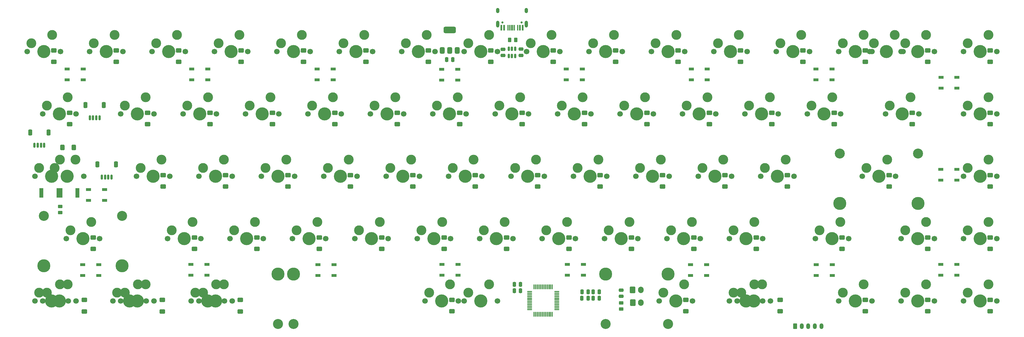
<source format=gbr>
%TF.GenerationSoftware,KiCad,Pcbnew,8.99.0-946-gf00a1ab517*%
%TF.CreationDate,2024-06-04T13:04:33+07:00*%
%TF.ProjectId,Sessantacinque65,53657373-616e-4746-9163-696e71756536,rev?*%
%TF.SameCoordinates,Original*%
%TF.FileFunction,Soldermask,Bot*%
%TF.FilePolarity,Negative*%
%FSLAX46Y46*%
G04 Gerber Fmt 4.6, Leading zero omitted, Abs format (unit mm)*
G04 Created by KiCad (PCBNEW 8.99.0-946-gf00a1ab517) date 2024-06-04 13:04:33*
%MOMM*%
%LPD*%
G01*
G04 APERTURE LIST*
G04 Aperture macros list*
%AMRoundRect*
0 Rectangle with rounded corners*
0 $1 Rounding radius*
0 $2 $3 $4 $5 $6 $7 $8 $9 X,Y pos of 4 corners*
0 Add a 4 corners polygon primitive as box body*
4,1,4,$2,$3,$4,$5,$6,$7,$8,$9,$2,$3,0*
0 Add four circle primitives for the rounded corners*
1,1,$1+$1,$2,$3*
1,1,$1+$1,$4,$5*
1,1,$1+$1,$6,$7*
1,1,$1+$1,$8,$9*
0 Add four rect primitives between the rounded corners*
20,1,$1+$1,$2,$3,$4,$5,0*
20,1,$1+$1,$4,$5,$6,$7,0*
20,1,$1+$1,$6,$7,$8,$9,0*
20,1,$1+$1,$8,$9,$2,$3,0*%
G04 Aperture macros list end*
%ADD10C,1.700000*%
%ADD11C,4.000000*%
%ADD12C,0.400000*%
%ADD13C,3.000000*%
%ADD14RoundRect,0.250000X-0.600000X-0.750000X0.600000X-0.750000X0.600000X0.750000X-0.600000X0.750000X0*%
%ADD15O,1.700000X2.000000*%
%ADD16C,3.987800*%
%ADD17C,3.048000*%
%ADD18C,0.650000*%
%ADD19O,1.000000X2.100000*%
%ADD20O,1.000000X1.600000*%
%ADD21RoundRect,0.250000X-0.350000X-0.625000X0.350000X-0.625000X0.350000X0.625000X-0.350000X0.625000X0*%
%ADD22O,1.200000X1.750000*%
%ADD23RoundRect,0.250000X0.600000X-0.400000X0.600000X0.400000X-0.600000X0.400000X-0.600000X-0.400000X0*%
%ADD24R,1.500000X0.900000*%
%ADD25RoundRect,0.250000X-0.475000X0.250000X-0.475000X-0.250000X0.475000X-0.250000X0.475000X0.250000X0*%
%ADD26RoundRect,0.150000X-0.150000X0.512500X-0.150000X-0.512500X0.150000X-0.512500X0.150000X0.512500X0*%
%ADD27RoundRect,0.150000X-0.150000X-0.625000X0.150000X-0.625000X0.150000X0.625000X-0.150000X0.625000X0*%
%ADD28RoundRect,0.250000X-0.350000X-0.650000X0.350000X-0.650000X0.350000X0.650000X-0.350000X0.650000X0*%
%ADD29RoundRect,0.250000X-0.250000X-0.475000X0.250000X-0.475000X0.250000X0.475000X-0.250000X0.475000X0*%
%ADD30R,1.190000X3.000000*%
%ADD31RoundRect,0.250000X-0.450000X0.262500X-0.450000X-0.262500X0.450000X-0.262500X0.450000X0.262500X0*%
%ADD32RoundRect,0.250000X-0.400000X-0.600000X0.400000X-0.600000X0.400000X0.600000X-0.400000X0.600000X0*%
%ADD33RoundRect,0.375000X0.375000X-0.625000X0.375000X0.625000X-0.375000X0.625000X-0.375000X-0.625000X0*%
%ADD34RoundRect,0.500000X1.400000X-0.500000X1.400000X0.500000X-1.400000X0.500000X-1.400000X-0.500000X0*%
%ADD35RoundRect,0.250000X0.250000X0.475000X-0.250000X0.475000X-0.250000X-0.475000X0.250000X-0.475000X0*%
%ADD36R,0.600000X1.760000*%
%ADD37R,0.300000X1.760000*%
%ADD38R,0.600000X1.450000*%
%ADD39RoundRect,0.075000X0.075000X-0.662500X0.075000X0.662500X-0.075000X0.662500X-0.075000X-0.662500X0*%
%ADD40RoundRect,0.075000X0.662500X-0.075000X0.662500X0.075000X-0.662500X0.075000X-0.662500X-0.075000X0*%
%ADD41RoundRect,0.250000X0.262500X0.450000X-0.262500X0.450000X-0.262500X-0.450000X0.262500X-0.450000X0*%
G04 APERTURE END LIST*
D10*
%TO.C,SW12*%
X199182500Y139700000D03*
D11*
X204262500Y139700000D03*
D10*
X209342500Y139700000D03*
D12*
X199202500Y142250000D03*
X200442500Y140990000D03*
X200452500Y143490000D03*
D13*
X200452500Y142240000D03*
D12*
X201702500Y142240000D03*
X205552500Y144780000D03*
X206802500Y146040000D03*
D13*
X206802500Y144780000D03*
D12*
X206802500Y143540000D03*
X208042500Y144790000D03*
%TD*%
D10*
%TO.C,SW9*%
X142032500Y139700000D03*
D11*
X147112500Y139700000D03*
D10*
X152192500Y139700000D03*
D12*
X142052500Y142250000D03*
X143292500Y140990000D03*
X143302500Y143490000D03*
D13*
X143302500Y142240000D03*
D12*
X144552500Y142240000D03*
X148402500Y144780000D03*
X149652500Y146040000D03*
D13*
X149652500Y144780000D03*
D12*
X149652500Y143540000D03*
X150892500Y144790000D03*
%TD*%
D10*
%TO.C,SW72*%
X237282500Y63500000D03*
D11*
X242362500Y63500000D03*
D10*
X247442500Y63500000D03*
D12*
X237302500Y66050000D03*
X238542500Y64790000D03*
X238552500Y67290000D03*
D13*
X238552500Y66040000D03*
D12*
X239802500Y66040000D03*
X243652500Y68580000D03*
X244902500Y69840000D03*
D13*
X244902500Y68580000D03*
D12*
X244902500Y67340000D03*
X246142500Y68590000D03*
%TD*%
D10*
%TO.C,SW14*%
X256332500Y139700000D03*
D11*
X261412500Y139700000D03*
D10*
X266492500Y139700000D03*
D12*
X256352500Y142250000D03*
X257592500Y140990000D03*
X257602500Y143490000D03*
D13*
X257602500Y142240000D03*
D12*
X258852500Y142240000D03*
X262702500Y144780000D03*
X263952500Y146040000D03*
D13*
X263952500Y144780000D03*
D12*
X263952500Y143540000D03*
X265192500Y144790000D03*
%TD*%
D10*
%TO.C,SW20*%
X75357500Y120650000D03*
D11*
X80437500Y120650000D03*
D10*
X85517500Y120650000D03*
D12*
X75377500Y123200000D03*
X76617500Y121940000D03*
X76627500Y124440000D03*
D13*
X76627500Y123190000D03*
D12*
X77877500Y123190000D03*
X81727500Y125730000D03*
X82977500Y126990000D03*
D13*
X82977500Y125730000D03*
D12*
X82977500Y124490000D03*
X84217500Y125740000D03*
%TD*%
D14*
%TO.C,SWb\u00F4t1*%
X174430000Y62970000D03*
D15*
X176930000Y62970000D03*
%TD*%
D10*
%TO.C,SW22*%
X113457500Y120650000D03*
D11*
X118537500Y120650000D03*
D10*
X123617500Y120650000D03*
D12*
X113477500Y123200000D03*
X114717500Y121940000D03*
X114727500Y124440000D03*
D13*
X114727500Y123190000D03*
D12*
X115977500Y123190000D03*
X119827500Y125730000D03*
X121077500Y126990000D03*
D13*
X121077500Y125730000D03*
D12*
X121077500Y124490000D03*
X122317500Y125740000D03*
%TD*%
D10*
%TO.C,SW74*%
X275382500Y63500000D03*
D11*
X280462500Y63500000D03*
D10*
X285542500Y63500000D03*
D12*
X275402500Y66050000D03*
X276642500Y64790000D03*
X276652500Y67290000D03*
D13*
X276652500Y66040000D03*
D12*
X277902500Y66040000D03*
X281752500Y68580000D03*
X283002500Y69840000D03*
D13*
X283002500Y68580000D03*
D12*
X283002500Y67340000D03*
X284242500Y68590000D03*
%TD*%
D10*
%TO.C,SW47*%
X-7986500Y63500000D03*
D11*
X-2906500Y63500000D03*
D10*
X2173500Y63500000D03*
D12*
X-7966500Y66050000D03*
X-6726500Y64790000D03*
X-6716500Y67290000D03*
D13*
X-6716500Y66040000D03*
D12*
X-5466500Y66040000D03*
X-1616500Y68580000D03*
X-366500Y69840000D03*
D13*
X-366500Y68580000D03*
D12*
X-366500Y67340000D03*
X873500Y68590000D03*
%TD*%
D10*
%TO.C,SW1*%
X-10367500Y139700000D03*
D11*
X-5287500Y139700000D03*
D10*
X-207500Y139700000D03*
D12*
X-10347500Y142250000D03*
X-9107500Y140990000D03*
X-9097500Y143490000D03*
D13*
X-9097500Y142240000D03*
D12*
X-7847500Y142240000D03*
X-3997500Y144780000D03*
X-2747500Y146040000D03*
D13*
X-2747500Y144780000D03*
D12*
X-2747500Y143540000D03*
X-1507500Y144790000D03*
%TD*%
D10*
%TO.C,SW43*%
X237282500Y139700000D03*
D11*
X242362500Y139700000D03*
D10*
X247442500Y139700000D03*
D12*
X237302500Y142250000D03*
X238542500Y140990000D03*
X238552500Y143490000D03*
D13*
X238552500Y142240000D03*
D12*
X239802500Y142240000D03*
X243652500Y144780000D03*
X244902500Y146040000D03*
D13*
X244902500Y144780000D03*
D12*
X244902500Y143540000D03*
X246142500Y144790000D03*
%TD*%
D10*
%TO.C,SW23*%
X132507500Y120650000D03*
D11*
X137587500Y120650000D03*
D10*
X142667500Y120650000D03*
D12*
X132527500Y123200000D03*
X133767500Y121940000D03*
X133777500Y124440000D03*
D13*
X133777500Y123190000D03*
D12*
X135027500Y123190000D03*
X138877500Y125730000D03*
X140127500Y126990000D03*
D13*
X140127500Y125730000D03*
D12*
X140127500Y124490000D03*
X141367500Y125740000D03*
%TD*%
D10*
%TO.C,SW59*%
X256332500Y82550000D03*
D11*
X261412500Y82550000D03*
D10*
X266492500Y82550000D03*
D12*
X256352500Y85100000D03*
X257592500Y83840000D03*
X257602500Y86340000D03*
D13*
X257602500Y85090000D03*
D12*
X258852500Y85090000D03*
X262702500Y87630000D03*
X263952500Y88890000D03*
D13*
X263952500Y87630000D03*
D12*
X263952500Y86390000D03*
X265192500Y87640000D03*
%TD*%
D10*
%TO.C,SW16*%
X-5604500Y120650000D03*
D11*
X-524500Y120650000D03*
D10*
X4555500Y120650000D03*
D12*
X-5584500Y123200000D03*
X-4344500Y121940000D03*
X-4334500Y124440000D03*
D13*
X-4334500Y123190000D03*
D12*
X-3084500Y123190000D03*
X765500Y125730000D03*
X2015500Y126990000D03*
D13*
X2015500Y125730000D03*
D12*
X2015500Y124490000D03*
X3255500Y125740000D03*
%TD*%
D10*
%TO.C,SW31*%
X-3223500Y101600000D03*
D11*
X1856500Y101600000D03*
D10*
X6936500Y101600000D03*
D12*
X-3203500Y104150000D03*
X-1963500Y102890000D03*
X-1953500Y105390000D03*
D13*
X-1953500Y104140000D03*
D12*
X-703500Y104140000D03*
X3146500Y106680000D03*
X4396500Y107940000D03*
D13*
X4396500Y106680000D03*
D12*
X4396500Y105440000D03*
X5636500Y106690000D03*
%TD*%
D10*
%TO.C,SW1006*%
X-7986500Y101600000D03*
D11*
X-2906500Y101600000D03*
D10*
X2173500Y101600000D03*
D12*
X-7966500Y104150000D03*
X-6726500Y102890000D03*
X-6716500Y105390000D03*
D13*
X-6716500Y104140000D03*
D12*
X-5466500Y104140000D03*
X-1616500Y106680000D03*
X-366500Y107940000D03*
D13*
X-366500Y106680000D03*
D12*
X-366500Y105440000D03*
X873500Y106690000D03*
%TD*%
D10*
%TO.C,SW51*%
X89645000Y82550000D03*
D11*
X94725000Y82550000D03*
D10*
X99805000Y82550000D03*
D12*
X89665000Y85100000D03*
X90905000Y83840000D03*
X90915000Y86340000D03*
D13*
X90915000Y85090000D03*
D12*
X92165000Y85090000D03*
X96015000Y87630000D03*
X97265000Y88890000D03*
D13*
X97265000Y87630000D03*
D12*
X97265000Y86390000D03*
X98505000Y87640000D03*
%TD*%
D10*
%TO.C,SW1002*%
X-5604500Y63500000D03*
D11*
X-524500Y63500000D03*
D10*
X4555500Y63500000D03*
D12*
X-5584500Y66050000D03*
X-4344500Y64790000D03*
X-4334500Y67290000D03*
D13*
X-4334500Y66040000D03*
D12*
X-3084500Y66040000D03*
X765500Y68580000D03*
X2015500Y69840000D03*
D13*
X2015500Y68580000D03*
D12*
X2015500Y67340000D03*
X3255500Y68590000D03*
%TD*%
D10*
%TO.C,SW57*%
X203945000Y82550000D03*
D11*
X209025000Y82550000D03*
D10*
X214105000Y82550000D03*
D12*
X203965000Y85100000D03*
X205205000Y83840000D03*
X205215000Y86340000D03*
D13*
X205215000Y85090000D03*
D12*
X206465000Y85090000D03*
X210315000Y87630000D03*
X211565000Y88890000D03*
D13*
X211565000Y87630000D03*
D12*
X211565000Y86390000D03*
X212805000Y87640000D03*
%TD*%
D10*
%TO.C,SW1005*%
X246807500Y139700000D03*
D11*
X251887500Y139700000D03*
D10*
X256967500Y139700000D03*
D12*
X246827500Y142250000D03*
X248067500Y140990000D03*
X248077500Y143490000D03*
D13*
X248077500Y142240000D03*
D12*
X249327500Y142240000D03*
X253177500Y144780000D03*
X254427500Y146040000D03*
D13*
X254427500Y144780000D03*
D12*
X254427500Y143540000D03*
X255667500Y144790000D03*
%TD*%
D10*
%TO.C,SW27*%
X208707500Y120650000D03*
D11*
X213787500Y120650000D03*
D10*
X218867500Y120650000D03*
D12*
X208727500Y123200000D03*
X209967500Y121940000D03*
X209977500Y124440000D03*
D13*
X209977500Y123190000D03*
D12*
X211227500Y123190000D03*
X215077500Y125730000D03*
X216327500Y126990000D03*
D13*
X216327500Y125730000D03*
D12*
X216327500Y124490000D03*
X217567500Y125740000D03*
%TD*%
D16*
%TO.C,SW1001*%
X70902500Y71750000D03*
D17*
X70902500Y56510000D03*
D10*
X122972500Y63495000D03*
D11*
X128052500Y63495000D03*
D10*
X133132500Y63495000D03*
D16*
X185202500Y71750000D03*
D17*
X185202500Y56510000D03*
D12*
X122992500Y66045000D03*
X124232500Y64785000D03*
X124242500Y67285000D03*
D13*
X124242500Y66035000D03*
D12*
X125492500Y66035000D03*
X129342500Y68575000D03*
X130592500Y69835000D03*
D13*
X130592500Y68575000D03*
D12*
X130592500Y67335000D03*
X131832500Y68585000D03*
%TD*%
D18*
%TO.C,J5*%
X140482500Y148590000D03*
X134702500Y148590000D03*
D19*
X141912500Y148060000D03*
D20*
X141912500Y152240000D03*
D19*
X133272500Y148060000D03*
D20*
X133272500Y152240000D03*
%TD*%
D10*
%TO.C,SW35*%
X80120000Y101600000D03*
D11*
X85200000Y101600000D03*
D10*
X90280000Y101600000D03*
D12*
X80140000Y104150000D03*
X81380000Y102890000D03*
X81390000Y105390000D03*
D13*
X81390000Y104140000D03*
D12*
X82640000Y104140000D03*
X86490000Y106680000D03*
X87740000Y107940000D03*
D13*
X87740000Y106680000D03*
D12*
X87740000Y105440000D03*
X88980000Y106690000D03*
%TD*%
D10*
%TO.C,SW18*%
X37257500Y120650000D03*
D11*
X42337500Y120650000D03*
D10*
X47417500Y120650000D03*
D12*
X37277500Y123200000D03*
X38517500Y121940000D03*
X38527500Y124440000D03*
D13*
X38527500Y123190000D03*
D12*
X39777500Y123190000D03*
X43627500Y125730000D03*
X44877500Y126990000D03*
D13*
X44877500Y125730000D03*
D12*
X44877500Y124490000D03*
X46117500Y125740000D03*
%TD*%
D10*
%TO.C,SW13*%
X218232500Y139700000D03*
D11*
X223312500Y139700000D03*
D10*
X228392500Y139700000D03*
D12*
X218252500Y142250000D03*
X219492500Y140990000D03*
X219502500Y143490000D03*
D13*
X219502500Y142240000D03*
D12*
X220752500Y142240000D03*
X224602500Y144780000D03*
X225852500Y146040000D03*
D13*
X225852500Y144780000D03*
D12*
X225852500Y143540000D03*
X227092500Y144790000D03*
%TD*%
D14*
%TO.C,SWb\u00F4trst1*%
X174420000Y66890000D03*
D15*
X176920000Y66890000D03*
%TD*%
D10*
%TO.C,SW49*%
X51545000Y82550000D03*
D11*
X56625000Y82550000D03*
D10*
X61705000Y82550000D03*
D12*
X51565000Y85100000D03*
X52805000Y83840000D03*
X52815000Y86340000D03*
D13*
X52815000Y85090000D03*
D12*
X54065000Y85090000D03*
X57915000Y87630000D03*
X59165000Y88890000D03*
D13*
X59165000Y87630000D03*
D12*
X59165000Y86390000D03*
X60405000Y87640000D03*
%TD*%
D10*
%TO.C,SW33*%
X42020000Y101600000D03*
D11*
X47100000Y101600000D03*
D10*
X52180000Y101600000D03*
D12*
X42040000Y104150000D03*
X43280000Y102890000D03*
X43290000Y105390000D03*
D13*
X43290000Y104140000D03*
D12*
X44540000Y104140000D03*
X48390000Y106680000D03*
X49640000Y107940000D03*
D13*
X49640000Y106680000D03*
D12*
X49640000Y105440000D03*
X50880000Y106690000D03*
%TD*%
D10*
%TO.C,SW60*%
X275382500Y82550000D03*
D11*
X280462500Y82550000D03*
D10*
X285542500Y82550000D03*
D12*
X275402500Y85100000D03*
X276642500Y83840000D03*
X276652500Y86340000D03*
D13*
X276652500Y85090000D03*
D12*
X277902500Y85090000D03*
X281752500Y87630000D03*
X283002500Y88890000D03*
D13*
X283002500Y87630000D03*
D12*
X283002500Y86390000D03*
X284242500Y87640000D03*
%TD*%
D10*
%TO.C,SW10*%
X161082500Y139700000D03*
D11*
X166162500Y139700000D03*
D10*
X171242500Y139700000D03*
D12*
X161102500Y142250000D03*
X162342500Y140990000D03*
X162352500Y143490000D03*
D13*
X162352500Y142240000D03*
D12*
X163602500Y142240000D03*
X167452500Y144780000D03*
X168702500Y146040000D03*
D13*
X168702500Y144780000D03*
D12*
X168702500Y143540000D03*
X169942500Y144790000D03*
%TD*%
D10*
%TO.C,SW19*%
X56307500Y120650000D03*
D11*
X61387500Y120650000D03*
D10*
X66467500Y120650000D03*
D12*
X56327500Y123200000D03*
X57567500Y121940000D03*
X57577500Y124440000D03*
D13*
X57577500Y123190000D03*
D12*
X58827500Y123190000D03*
X62677500Y125730000D03*
X63927500Y126990000D03*
D13*
X63927500Y125730000D03*
D12*
X63927500Y124490000D03*
X65167500Y125740000D03*
%TD*%
D10*
%TO.C,SW25*%
X170607500Y120650000D03*
D11*
X175687500Y120650000D03*
D10*
X180767500Y120650000D03*
D12*
X170627500Y123200000D03*
X171867500Y121940000D03*
X171877500Y124440000D03*
D13*
X171877500Y123190000D03*
D12*
X173127500Y123190000D03*
X176977500Y125730000D03*
X178227500Y126990000D03*
D13*
X178227500Y125730000D03*
D12*
X178227500Y124490000D03*
X179467500Y125740000D03*
%TD*%
D10*
%TO.C,SW1000*%
X203945500Y63500000D03*
D11*
X209025500Y63500000D03*
D10*
X214105500Y63500000D03*
D12*
X203965500Y66050000D03*
X205205500Y64790000D03*
X205215500Y67290000D03*
D13*
X205215500Y66040000D03*
D12*
X206465500Y66040000D03*
X210315500Y68580000D03*
X211565500Y69840000D03*
D13*
X211565500Y68580000D03*
D12*
X211565500Y67340000D03*
X212805500Y68590000D03*
%TD*%
D10*
%TO.C,SW15*%
X275382500Y139700000D03*
D11*
X280462500Y139700000D03*
D10*
X285542500Y139700000D03*
D12*
X275402500Y142250000D03*
X276642500Y140990000D03*
X276652500Y143490000D03*
D13*
X276652500Y142240000D03*
D12*
X277902500Y142240000D03*
X281752500Y144780000D03*
X283002500Y146040000D03*
D13*
X283002500Y144780000D03*
D12*
X283002500Y143540000D03*
X284242500Y144790000D03*
%TD*%
D10*
%TO.C,SW4*%
X46782500Y139700000D03*
D11*
X51862500Y139700000D03*
D10*
X56942500Y139700000D03*
D12*
X46802500Y142250000D03*
X48042500Y140990000D03*
X48052500Y143490000D03*
D13*
X48052500Y142240000D03*
D12*
X49302500Y142240000D03*
X53152500Y144780000D03*
X54402500Y146040000D03*
D13*
X54402500Y144780000D03*
D12*
X54402500Y143540000D03*
X55642500Y144790000D03*
%TD*%
D10*
%TO.C,SW38*%
X137270000Y101600000D03*
D11*
X142350000Y101600000D03*
D10*
X147430000Y101600000D03*
D12*
X137290000Y104150000D03*
X138530000Y102890000D03*
X138540000Y105390000D03*
D13*
X138540000Y104140000D03*
D12*
X139790000Y104140000D03*
X143640000Y106680000D03*
X144890000Y107940000D03*
D13*
X144890000Y106680000D03*
D12*
X144890000Y105440000D03*
X146130000Y106690000D03*
%TD*%
D10*
%TO.C,SW62*%
X39638500Y63500000D03*
D11*
X44718500Y63500000D03*
D10*
X49798500Y63500000D03*
D12*
X39658500Y66050000D03*
X40898500Y64790000D03*
X40908500Y67290000D03*
D13*
X40908500Y66040000D03*
D12*
X42158500Y66040000D03*
X46008500Y68580000D03*
X47258500Y69840000D03*
D13*
X47258500Y68580000D03*
D12*
X47258500Y67340000D03*
X48498500Y68590000D03*
%TD*%
D10*
%TO.C,SW11*%
X180132500Y139700000D03*
D11*
X185212500Y139700000D03*
D10*
X190292500Y139700000D03*
D12*
X180152500Y142250000D03*
X181392500Y140990000D03*
X181402500Y143490000D03*
D13*
X181402500Y142240000D03*
D12*
X182652500Y142240000D03*
X186502500Y144780000D03*
X187752500Y146040000D03*
D13*
X187752500Y144780000D03*
D12*
X187752500Y143540000D03*
X188992500Y144790000D03*
%TD*%
D10*
%TO.C,SW48*%
X32495000Y82550000D03*
D11*
X37575000Y82550000D03*
D10*
X42655000Y82550000D03*
D12*
X32515000Y85100000D03*
X33755000Y83840000D03*
X33765000Y86340000D03*
D13*
X33765000Y85090000D03*
D12*
X35015000Y85090000D03*
X38865000Y87630000D03*
X40115000Y88890000D03*
D13*
X40115000Y87630000D03*
D12*
X40115000Y86390000D03*
X41355000Y87640000D03*
%TD*%
D10*
%TO.C,SW32*%
X22970000Y101600000D03*
D11*
X28050000Y101600000D03*
D10*
X33130000Y101600000D03*
D12*
X22990000Y104150000D03*
X24230000Y102890000D03*
X24240000Y105390000D03*
D13*
X24240000Y104140000D03*
D12*
X25490000Y104140000D03*
X29340000Y106680000D03*
X30590000Y107940000D03*
D13*
X30590000Y106680000D03*
D12*
X30590000Y105440000D03*
X31830000Y106690000D03*
%TD*%
D10*
%TO.C,SW17*%
X18207500Y120650000D03*
D11*
X23287500Y120650000D03*
D10*
X28367500Y120650000D03*
D12*
X18227500Y123200000D03*
X19467500Y121940000D03*
X19477500Y124440000D03*
D13*
X19477500Y123190000D03*
D12*
X20727500Y123190000D03*
X24577500Y125730000D03*
X25827500Y126990000D03*
D13*
X25827500Y125730000D03*
D12*
X25827500Y124490000D03*
X27067500Y125740000D03*
%TD*%
D10*
%TO.C,SW69*%
X182513500Y63500000D03*
D11*
X187593500Y63500000D03*
D10*
X192673500Y63500000D03*
D12*
X182533500Y66050000D03*
X183773500Y64790000D03*
X183783500Y67290000D03*
D13*
X183783500Y66040000D03*
D12*
X185033500Y66040000D03*
X188883500Y68580000D03*
X190133500Y69840000D03*
D13*
X190133500Y68580000D03*
D12*
X190133500Y67340000D03*
X191373500Y68590000D03*
%TD*%
D10*
%TO.C,SW40*%
X175370000Y101600000D03*
D11*
X180450000Y101600000D03*
D10*
X185530000Y101600000D03*
D12*
X175390000Y104150000D03*
X176630000Y102890000D03*
X176640000Y105390000D03*
D13*
X176640000Y104140000D03*
D12*
X177890000Y104140000D03*
X181740000Y106680000D03*
X182990000Y107940000D03*
D13*
X182990000Y106680000D03*
D12*
X182990000Y105440000D03*
X184230000Y106690000D03*
%TD*%
D10*
%TO.C,SW52*%
X108695000Y82550000D03*
D11*
X113775000Y82550000D03*
D10*
X118855000Y82550000D03*
D12*
X108715000Y85100000D03*
X109955000Y83840000D03*
X109965000Y86340000D03*
D13*
X109965000Y85090000D03*
D12*
X111215000Y85090000D03*
X115065000Y87630000D03*
X116315000Y88890000D03*
D13*
X116315000Y87630000D03*
D12*
X116315000Y86390000D03*
X117555000Y87640000D03*
%TD*%
D10*
%TO.C,SW21*%
X94407500Y120650000D03*
D11*
X99487500Y120650000D03*
D10*
X104567500Y120650000D03*
D12*
X94427500Y123200000D03*
X95667500Y121940000D03*
X95677500Y124440000D03*
D13*
X95677500Y123190000D03*
D12*
X96927500Y123190000D03*
X100777500Y125730000D03*
X102027500Y126990000D03*
D13*
X102027500Y125730000D03*
D12*
X102027500Y124490000D03*
X103267500Y125740000D03*
%TD*%
D10*
%TO.C,SW24*%
X151557500Y120650000D03*
D11*
X156637500Y120650000D03*
D10*
X161717500Y120650000D03*
D12*
X151577500Y123200000D03*
X152817500Y121940000D03*
X152827500Y124440000D03*
D13*
X152827500Y123190000D03*
D12*
X154077500Y123190000D03*
X157927500Y125730000D03*
X159177500Y126990000D03*
D13*
X159177500Y125730000D03*
D12*
X159177500Y124490000D03*
X160417500Y125740000D03*
%TD*%
D10*
%TO.C,SW2*%
X8682500Y139700000D03*
D11*
X13762500Y139700000D03*
D10*
X18842500Y139700000D03*
D12*
X8702500Y142250000D03*
X9942500Y140990000D03*
X9952500Y143490000D03*
D13*
X9952500Y142240000D03*
D12*
X11202500Y142240000D03*
X15052500Y144780000D03*
X16302500Y146040000D03*
D13*
X16302500Y144780000D03*
D12*
X16302500Y143540000D03*
X17542500Y144790000D03*
%TD*%
D10*
%TO.C,SW73*%
X256332500Y63500000D03*
D11*
X261412500Y63500000D03*
D10*
X266492500Y63500000D03*
D12*
X256352500Y66050000D03*
X257592500Y64790000D03*
X257602500Y67290000D03*
D13*
X257602500Y66040000D03*
D12*
X258852500Y66040000D03*
X262702500Y68580000D03*
X263952500Y69840000D03*
D13*
X263952500Y68580000D03*
D12*
X263952500Y67340000D03*
X265192500Y68590000D03*
%TD*%
D10*
%TO.C,SW28*%
X227757500Y120650000D03*
D11*
X232837500Y120650000D03*
D10*
X237917500Y120650000D03*
D12*
X227777500Y123200000D03*
X229017500Y121940000D03*
X229027500Y124440000D03*
D13*
X229027500Y123190000D03*
D12*
X230277500Y123190000D03*
X234127500Y125730000D03*
X235377500Y126990000D03*
D13*
X235377500Y125730000D03*
D12*
X235377500Y124490000D03*
X236617500Y125740000D03*
%TD*%
D10*
%TO.C,SW1004*%
X42020500Y63500000D03*
D11*
X47100500Y63500000D03*
D10*
X52180500Y63500000D03*
D12*
X42040500Y66050000D03*
X43280500Y64790000D03*
X43290500Y67290000D03*
D13*
X43290500Y66040000D03*
D12*
X44540500Y66040000D03*
X48390500Y68580000D03*
X49640500Y69840000D03*
D13*
X49640500Y68580000D03*
D12*
X49640500Y67340000D03*
X50880500Y68590000D03*
%TD*%
D17*
%TO.C,SW44*%
X237642600Y108585000D03*
D16*
X237642600Y93345000D03*
D10*
X244500600Y101600000D03*
D11*
X249580600Y101600000D03*
D10*
X254660600Y101600000D03*
D17*
X261518600Y108585000D03*
D16*
X261518600Y93345000D03*
D12*
X244520600Y104150000D03*
X245760600Y102890000D03*
X245770600Y105390000D03*
D13*
X245770600Y104140000D03*
D12*
X247020600Y104140000D03*
X250870600Y106680000D03*
X252120600Y107940000D03*
D13*
X252120600Y106680000D03*
D12*
X252120600Y105440000D03*
X253360600Y106690000D03*
%TD*%
D10*
%TO.C,SW58*%
X230139000Y82550000D03*
D11*
X235219000Y82550000D03*
D10*
X240299000Y82550000D03*
D12*
X230159000Y85100000D03*
X231399000Y83840000D03*
X231409000Y86340000D03*
D13*
X231409000Y85090000D03*
D12*
X232659000Y85090000D03*
X236509000Y87630000D03*
X237759000Y88890000D03*
D13*
X237759000Y87630000D03*
D12*
X237759000Y86390000D03*
X238999000Y87640000D03*
%TD*%
D10*
%TO.C,SW54*%
X146795000Y82550000D03*
D11*
X151875000Y82550000D03*
D10*
X156955000Y82550000D03*
D12*
X146815000Y85100000D03*
X148055000Y83840000D03*
X148065000Y86340000D03*
D13*
X148065000Y85090000D03*
D12*
X149315000Y85090000D03*
X153165000Y87630000D03*
X154415000Y88890000D03*
D13*
X154415000Y87630000D03*
D12*
X154415000Y86390000D03*
X155655000Y87640000D03*
%TD*%
D10*
%TO.C,SW29*%
X251570500Y120650000D03*
D11*
X256650500Y120650000D03*
D10*
X261730500Y120650000D03*
D12*
X251590500Y123200000D03*
X252830500Y121940000D03*
X252840500Y124440000D03*
D13*
X252840500Y123190000D03*
D12*
X254090500Y123190000D03*
X257940500Y125730000D03*
X259190500Y126990000D03*
D13*
X259190500Y125730000D03*
D12*
X259190500Y124490000D03*
X260430500Y125740000D03*
%TD*%
D10*
%TO.C,SW55*%
X165845000Y82550000D03*
D11*
X170925000Y82550000D03*
D10*
X176005000Y82550000D03*
D12*
X165865000Y85100000D03*
X167105000Y83840000D03*
X167115000Y86340000D03*
D13*
X167115000Y85090000D03*
D12*
X168365000Y85090000D03*
X172215000Y87630000D03*
X173465000Y88890000D03*
D13*
X173465000Y87630000D03*
D12*
X173465000Y86390000D03*
X174705000Y87640000D03*
%TD*%
D10*
%TO.C,SW53*%
X127745000Y82550000D03*
D11*
X132825000Y82550000D03*
D10*
X137905000Y82550000D03*
D12*
X127765000Y85100000D03*
X129005000Y83840000D03*
X129015000Y86340000D03*
D13*
X129015000Y85090000D03*
D12*
X130265000Y85090000D03*
X134115000Y87630000D03*
X135365000Y88890000D03*
D13*
X135365000Y87630000D03*
D12*
X135365000Y86390000D03*
X136605000Y87640000D03*
%TD*%
D10*
%TO.C,SW61*%
X15826000Y63500000D03*
D11*
X20906000Y63500000D03*
D10*
X25986000Y63500000D03*
D12*
X15846000Y66050000D03*
X17086000Y64790000D03*
X17096000Y67290000D03*
D13*
X17096000Y66040000D03*
D12*
X18346000Y66040000D03*
X22196000Y68580000D03*
X23446000Y69840000D03*
D13*
X23446000Y68580000D03*
D12*
X23446000Y67340000D03*
X24686000Y68590000D03*
%TD*%
D16*
%TO.C,SW66*%
X66156100Y71755000D03*
D17*
X66156100Y56515000D03*
D10*
X111076000Y63500000D03*
D11*
X116156000Y63500000D03*
D10*
X121236000Y63500000D03*
D16*
X166155900Y71755000D03*
D17*
X166155900Y56515000D03*
D12*
X111096000Y66050000D03*
X112336000Y64790000D03*
X112346000Y67290000D03*
D13*
X112346000Y66040000D03*
D12*
X113596000Y66040000D03*
X117446000Y68580000D03*
X118696000Y69840000D03*
D13*
X118696000Y68580000D03*
D12*
X118696000Y67340000D03*
X119936000Y68590000D03*
%TD*%
D10*
%TO.C,SW36*%
X99170000Y101600000D03*
D11*
X104250000Y101600000D03*
D10*
X109330000Y101600000D03*
D12*
X99190000Y104150000D03*
X100430000Y102890000D03*
X100440000Y105390000D03*
D13*
X100440000Y104140000D03*
D12*
X101690000Y104140000D03*
X105540000Y106680000D03*
X106790000Y107940000D03*
D13*
X106790000Y106680000D03*
D12*
X106790000Y105440000D03*
X108030000Y106690000D03*
%TD*%
D21*
%TO.C,J2*%
X224010000Y55830000D03*
D22*
X226010000Y55830000D03*
X228010000Y55830000D03*
X230010000Y55830000D03*
X232010000Y55830000D03*
%TD*%
D10*
%TO.C,SW7*%
X103932500Y139700000D03*
D11*
X109012500Y139700000D03*
D10*
X114092500Y139700000D03*
D12*
X103952500Y142250000D03*
X105192500Y140990000D03*
X105202500Y143490000D03*
D13*
X105202500Y142240000D03*
D12*
X106452500Y142240000D03*
X110302500Y144780000D03*
X111552500Y146040000D03*
D13*
X111552500Y144780000D03*
D12*
X111552500Y143540000D03*
X112792500Y144790000D03*
%TD*%
D17*
%TO.C,SW46*%
X-5244900Y89535000D03*
D16*
X-5244900Y74295000D03*
D10*
X1613100Y82550000D03*
D11*
X6693100Y82550000D03*
D10*
X11773100Y82550000D03*
D17*
X18631100Y89535000D03*
D16*
X18631100Y74295000D03*
D12*
X1633100Y85100000D03*
X2873100Y83840000D03*
X2883100Y86340000D03*
D13*
X2883100Y85090000D03*
D12*
X4133100Y85090000D03*
X7983100Y87630000D03*
X9233100Y88890000D03*
D13*
X9233100Y87630000D03*
D12*
X9233100Y86390000D03*
X10473100Y87640000D03*
%TD*%
D10*
%TO.C,SW5*%
X65832500Y139700000D03*
D11*
X70912500Y139700000D03*
D10*
X75992500Y139700000D03*
D12*
X65852500Y142250000D03*
X67092500Y140990000D03*
X67102500Y143490000D03*
D13*
X67102500Y142240000D03*
D12*
X68352500Y142240000D03*
X72202500Y144780000D03*
X73452500Y146040000D03*
D13*
X73452500Y144780000D03*
D12*
X73452500Y143540000D03*
X74692500Y144790000D03*
%TD*%
D10*
%TO.C,SW6*%
X84882500Y139700000D03*
D11*
X89962500Y139700000D03*
D10*
X95042500Y139700000D03*
D12*
X84902500Y142250000D03*
X86142500Y140990000D03*
X86152500Y143490000D03*
D13*
X86152500Y142240000D03*
D12*
X87402500Y142240000D03*
X91252500Y144780000D03*
X92502500Y146040000D03*
D13*
X92502500Y144780000D03*
D12*
X92502500Y143540000D03*
X93742500Y144790000D03*
%TD*%
D10*
%TO.C,SW3*%
X27732500Y139700000D03*
D11*
X32812500Y139700000D03*
D10*
X37892500Y139700000D03*
D12*
X27752500Y142250000D03*
X28992500Y140990000D03*
X29002500Y143490000D03*
D13*
X29002500Y142240000D03*
D12*
X30252500Y142240000D03*
X34102500Y144780000D03*
X35352500Y146040000D03*
D13*
X35352500Y144780000D03*
D12*
X35352500Y143540000D03*
X36592500Y144790000D03*
%TD*%
D10*
%TO.C,SW1003*%
X18207500Y63500000D03*
D11*
X23287500Y63500000D03*
D10*
X28367500Y63500000D03*
D12*
X18227500Y66050000D03*
X19467500Y64790000D03*
X19477500Y67290000D03*
D13*
X19477500Y66040000D03*
D12*
X20727500Y66040000D03*
X24577500Y68580000D03*
X25827500Y69840000D03*
D13*
X25827500Y68580000D03*
D12*
X25827500Y67340000D03*
X27067500Y68590000D03*
%TD*%
D10*
%TO.C,SW30*%
X275382500Y120650000D03*
D11*
X280462500Y120650000D03*
D10*
X285542500Y120650000D03*
D12*
X275402500Y123200000D03*
X276642500Y121940000D03*
X276652500Y124440000D03*
D13*
X276652500Y123190000D03*
D12*
X277902500Y123190000D03*
X281752500Y125730000D03*
X283002500Y126990000D03*
D13*
X283002500Y125730000D03*
D12*
X283002500Y124490000D03*
X284242500Y125740000D03*
%TD*%
D10*
%TO.C,SW26*%
X189657500Y120650000D03*
D11*
X194737500Y120650000D03*
D10*
X199817500Y120650000D03*
D12*
X189677500Y123200000D03*
X190917500Y121940000D03*
X190927500Y124440000D03*
D13*
X190927500Y123190000D03*
D12*
X192177500Y123190000D03*
X196027500Y125730000D03*
X197277500Y126990000D03*
D13*
X197277500Y125730000D03*
D12*
X197277500Y124490000D03*
X198517500Y125740000D03*
%TD*%
D10*
%TO.C,SW45*%
X275382500Y101600000D03*
D11*
X280462500Y101600000D03*
D10*
X285542500Y101600000D03*
D12*
X275402500Y104150000D03*
X276642500Y102890000D03*
X276652500Y105390000D03*
D13*
X276652500Y104140000D03*
D12*
X277902500Y104140000D03*
X281752500Y106680000D03*
X283002500Y107940000D03*
D13*
X283002500Y106680000D03*
D12*
X283002500Y105440000D03*
X284242500Y106690000D03*
%TD*%
D10*
%TO.C,SW8*%
X122982500Y139700000D03*
D11*
X128062500Y139700000D03*
D10*
X133142500Y139700000D03*
D12*
X123002500Y142250000D03*
X124242500Y140990000D03*
X124252500Y143490000D03*
D13*
X124252500Y142240000D03*
D12*
X125502500Y142240000D03*
X129352500Y144780000D03*
X130602500Y146040000D03*
D13*
X130602500Y144780000D03*
D12*
X130602500Y143540000D03*
X131842500Y144790000D03*
%TD*%
D10*
%TO.C,SW37*%
X118220000Y101600000D03*
D11*
X123300000Y101600000D03*
D10*
X128380000Y101600000D03*
D12*
X118240000Y104150000D03*
X119480000Y102890000D03*
X119490000Y105390000D03*
D13*
X119490000Y104140000D03*
D12*
X120740000Y104140000D03*
X124590000Y106680000D03*
X125840000Y107940000D03*
D13*
X125840000Y106680000D03*
D12*
X125840000Y105440000D03*
X127080000Y106690000D03*
%TD*%
D10*
%TO.C,SW50*%
X70595000Y82550000D03*
D11*
X75675000Y82550000D03*
D10*
X80755000Y82550000D03*
D12*
X70615000Y85100000D03*
X71855000Y83840000D03*
X71865000Y86340000D03*
D13*
X71865000Y85090000D03*
D12*
X73115000Y85090000D03*
X76965000Y87630000D03*
X78215000Y88890000D03*
D13*
X78215000Y87630000D03*
D12*
X78215000Y86390000D03*
X79455000Y87640000D03*
%TD*%
D10*
%TO.C,SW39*%
X156320000Y101600000D03*
D11*
X161400000Y101600000D03*
D10*
X166480000Y101600000D03*
D12*
X156340000Y104150000D03*
X157580000Y102890000D03*
X157590000Y105390000D03*
D13*
X157590000Y104140000D03*
D12*
X158840000Y104140000D03*
X162690000Y106680000D03*
X163940000Y107940000D03*
D13*
X163940000Y106680000D03*
D12*
X163940000Y105440000D03*
X165180000Y106690000D03*
%TD*%
D10*
%TO.C,SW70*%
X206326000Y63500000D03*
D11*
X211406000Y63500000D03*
D10*
X216486000Y63500000D03*
D12*
X206346000Y66050000D03*
X207586000Y64790000D03*
X207596000Y67290000D03*
D13*
X207596000Y66040000D03*
D12*
X208846000Y66040000D03*
X212696000Y68580000D03*
X213946000Y69840000D03*
D13*
X213946000Y68580000D03*
D12*
X213946000Y67340000D03*
X215186000Y68590000D03*
%TD*%
D10*
%TO.C,SW41*%
X194420000Y101600000D03*
D11*
X199500000Y101600000D03*
D10*
X204580000Y101600000D03*
D12*
X194440000Y104150000D03*
X195680000Y102890000D03*
X195690000Y105390000D03*
D13*
X195690000Y104140000D03*
D12*
X196940000Y104140000D03*
X200790000Y106680000D03*
X202040000Y107940000D03*
D13*
X202040000Y106680000D03*
D12*
X202040000Y105440000D03*
X203280000Y106690000D03*
%TD*%
D10*
%TO.C,SW34*%
X61070000Y101600000D03*
D11*
X66150000Y101600000D03*
D10*
X71230000Y101600000D03*
D12*
X61090000Y104150000D03*
X62330000Y102890000D03*
X62340000Y105390000D03*
D13*
X62340000Y104140000D03*
D12*
X63590000Y104140000D03*
X67440000Y106680000D03*
X68690000Y107940000D03*
D13*
X68690000Y106680000D03*
D12*
X68690000Y105440000D03*
X69930000Y106690000D03*
%TD*%
D10*
%TO.C,SW42*%
X213470000Y101600000D03*
D11*
X218550000Y101600000D03*
D10*
X223630000Y101600000D03*
D12*
X213490000Y104150000D03*
X214730000Y102890000D03*
X214740000Y105390000D03*
D13*
X214740000Y104140000D03*
D12*
X215990000Y104140000D03*
X219840000Y106680000D03*
X221090000Y107940000D03*
D13*
X221090000Y106680000D03*
D12*
X221090000Y105440000D03*
X222330000Y106690000D03*
%TD*%
D10*
%TO.C,SW56*%
X184895000Y82550000D03*
D11*
X189975000Y82550000D03*
D10*
X195055000Y82550000D03*
D12*
X184915000Y85100000D03*
X186155000Y83840000D03*
X186165000Y86340000D03*
D13*
X186165000Y85090000D03*
D12*
X187415000Y85090000D03*
X191265000Y87630000D03*
X192515000Y88890000D03*
D13*
X192515000Y87630000D03*
D12*
X192515000Y86390000D03*
X193755000Y87640000D03*
%TD*%
D23*
%TO.C,D23*%
X140670000Y117490000D03*
X140670000Y120990000D03*
%TD*%
%TO.C,D7*%
X112095000Y136540000D03*
X112095000Y140040000D03*
%TD*%
%TO.C,D10*%
X169245000Y136540000D03*
X169245000Y140040000D03*
%TD*%
D24*
%TO.C,DRGB2*%
X268490000Y128510000D03*
X268490000Y131810000D03*
X273390000Y131810000D03*
X273390000Y128510000D03*
%TD*%
D25*
%TO.C,C6*%
X134860000Y140410000D03*
X134860000Y138510000D03*
%TD*%
D23*
%TO.C,D41*%
X202582500Y98440000D03*
X202582500Y101940000D03*
%TD*%
%TO.C,D12*%
X207345000Y136540000D03*
X207345000Y140040000D03*
%TD*%
%TO.C,D9*%
X150195000Y136540000D03*
X150195000Y140040000D03*
%TD*%
%TO.C,D33*%
X50182500Y98440000D03*
X50182500Y101940000D03*
%TD*%
D26*
%TO.C,U3*%
X136640000Y140587500D03*
X137590000Y140587500D03*
X138540000Y140587500D03*
X138540000Y138312500D03*
X137590000Y138312500D03*
X136640000Y138312500D03*
%TD*%
D23*
%TO.C,D18*%
X45420000Y117490000D03*
X45420000Y120990000D03*
%TD*%
D27*
%TO.C,J4*%
X8742500Y119470000D03*
X9742500Y119470000D03*
X10742500Y119470000D03*
D28*
X7442500Y123345000D03*
D27*
X11742500Y119470000D03*
D28*
X13042500Y123345000D03*
%TD*%
D23*
%TO.C,D15*%
X283545000Y136540000D03*
X283545000Y140040000D03*
%TD*%
%TO.C,D27*%
X216870000Y117490000D03*
X216870000Y120990000D03*
%TD*%
%TO.C,D55*%
X174007500Y79390000D03*
X174007500Y82890000D03*
%TD*%
D29*
%TO.C,C1*%
X138290000Y68580000D03*
X140190000Y68580000D03*
%TD*%
D23*
%TO.C,D59*%
X264495000Y79390000D03*
X264495000Y82890000D03*
%TD*%
D24*
%TO.C,DRGB3*%
X230330000Y131060000D03*
X230330000Y134360000D03*
X235230000Y134360000D03*
X235230000Y131060000D03*
%TD*%
D30*
%TO.C,Dled1*%
X4948900Y96510000D03*
X-241100Y96510000D03*
%TD*%
D23*
%TO.C,D6*%
X93045000Y136540000D03*
X93045000Y140040000D03*
%TD*%
%TO.C,D32*%
X31132500Y98440000D03*
X31132500Y101940000D03*
%TD*%
%TO.C,D48*%
X40657500Y79390000D03*
X40657500Y82890000D03*
%TD*%
%TO.C,D22*%
X121620000Y117490000D03*
X121620000Y120990000D03*
%TD*%
D24*
%TO.C,DRGB14*%
X121140000Y74670000D03*
X121140000Y71370000D03*
X116240000Y71370000D03*
X116240000Y74670000D03*
%TD*%
D23*
%TO.C,D49*%
X59707500Y79390000D03*
X59707500Y82890000D03*
%TD*%
%TO.C,D24*%
X159720000Y117490000D03*
X159720000Y120990000D03*
%TD*%
%TO.C,D16*%
X2558000Y117490000D03*
X2558000Y120990000D03*
%TD*%
%TO.C,D35*%
X88282500Y98440000D03*
X88282500Y101940000D03*
%TD*%
D24*
%TO.C,DRGB16*%
X197010000Y74630000D03*
X197010000Y71330000D03*
X192110000Y71330000D03*
X192110000Y74630000D03*
%TD*%
%TO.C,DRGB17*%
X235300000Y74580000D03*
X235300000Y71280000D03*
X230400000Y71280000D03*
X230400000Y74580000D03*
%TD*%
D23*
%TO.C,D74*%
X283545000Y60340000D03*
X283545000Y63840000D03*
%TD*%
%TO.C,D39*%
X164482500Y98440000D03*
X164482500Y101940000D03*
%TD*%
D30*
%TO.C,Dled2*%
X-6001100Y96520000D03*
X-811100Y96520000D03*
%TD*%
D31*
%TO.C,R1*%
X170920000Y62920000D03*
X170920000Y61095000D03*
%TD*%
D29*
%TO.C,C4*%
X162340000Y66311100D03*
X164240000Y66311100D03*
%TD*%
D23*
%TO.C,D54*%
X154957500Y79390000D03*
X154957500Y82890000D03*
%TD*%
%TO.C,D47*%
X7080000Y60330000D03*
X7080000Y63830000D03*
%TD*%
D32*
%TO.C,D31*%
X350000Y110450000D03*
X3850000Y110450000D03*
%TD*%
D23*
%TO.C,D30*%
X283545000Y117490000D03*
X283545000Y120990000D03*
%TD*%
%TO.C,D11*%
X188295000Y136540000D03*
X188295000Y140040000D03*
%TD*%
%TO.C,D20*%
X83520000Y117490000D03*
X83520000Y120990000D03*
%TD*%
%TO.C,D4*%
X54945000Y136540000D03*
X54945000Y140040000D03*
%TD*%
%TO.C,D38*%
X145432500Y98440000D03*
X145432500Y101940000D03*
%TD*%
D24*
%TO.C,DRGB5*%
X154160000Y131060000D03*
X154160000Y134360000D03*
X159060000Y134360000D03*
X159060000Y131060000D03*
%TD*%
D23*
%TO.C,D14*%
X264495000Y136540000D03*
X264495000Y140040000D03*
%TD*%
%TO.C,D60*%
X283545000Y79390000D03*
X283545000Y82890000D03*
%TD*%
D29*
%TO.C,C3*%
X162340000Y64350000D03*
X164240000Y64350000D03*
%TD*%
D23*
%TO.C,D57*%
X212107500Y79390000D03*
X212107500Y82890000D03*
%TD*%
%TO.C,D40*%
X183532500Y98440000D03*
X183532500Y101940000D03*
%TD*%
%TO.C,D52*%
X116857500Y79390000D03*
X116857500Y82890000D03*
%TD*%
%TO.C,D37*%
X126382500Y98440000D03*
X126382500Y101940000D03*
%TD*%
%TO.C,D36*%
X107332500Y98440000D03*
X107332500Y101940000D03*
%TD*%
D33*
%TO.C,U2*%
X120892500Y140040000D03*
X118592500Y140040000D03*
D34*
X118592500Y146340000D03*
D33*
X116292500Y140040000D03*
%TD*%
D24*
%TO.C,DRGB9*%
X1820000Y131050000D03*
X1820000Y134350000D03*
X6720000Y134350000D03*
X6720000Y131050000D03*
%TD*%
D23*
%TO.C,D50*%
X78757500Y79390000D03*
X78757500Y82890000D03*
%TD*%
D24*
%TO.C,DRGB11*%
X11450000Y74620000D03*
X11450000Y71320000D03*
X6550000Y71320000D03*
X6550000Y74620000D03*
%TD*%
%TO.C,DRGB1*%
X273370000Y103750000D03*
X273370000Y100450000D03*
X268470000Y100450000D03*
X268470000Y103750000D03*
%TD*%
D35*
%TO.C,C9*%
X160828700Y64341100D03*
X158928700Y64341100D03*
%TD*%
D24*
%TO.C,DRGB4*%
X192290000Y131040000D03*
X192290000Y134340000D03*
X197190000Y134340000D03*
X197190000Y131040000D03*
%TD*%
D27*
%TO.C,J3*%
X12392500Y101370000D03*
X13392500Y101370000D03*
X14392500Y101370000D03*
D28*
X11092500Y105245000D03*
D27*
X15392500Y101370000D03*
D28*
X16692500Y105245000D03*
%TD*%
D18*
%TO.C,J6*%
X134702500Y148590000D03*
X140482500Y148590000D03*
D36*
X134342500Y146990000D03*
X135142500Y146990000D03*
D37*
X136342500Y146990000D03*
X137342500Y146990000D03*
X137842500Y146990000D03*
D38*
X140042500Y147145000D03*
X140842500Y147145000D03*
D36*
X140842500Y146990000D03*
X140042500Y146990000D03*
D37*
X139342500Y146990000D03*
X138342500Y146990000D03*
X136842500Y146990000D03*
D38*
X135142500Y147145000D03*
X134342500Y147145000D03*
D20*
X133272500Y152240000D03*
D19*
X133272500Y148060000D03*
D20*
X141912500Y152240000D03*
D19*
X141912500Y148060000D03*
%TD*%
D23*
%TO.C,D8*%
X131145000Y136540000D03*
X131145000Y140040000D03*
%TD*%
D39*
%TO.C,Ud1*%
X149860000Y59477500D03*
X149360000Y59477500D03*
X148860000Y59477500D03*
X148360000Y59477500D03*
X147860000Y59477500D03*
X147360000Y59477500D03*
X146860000Y59477500D03*
X146360000Y59477500D03*
X145860000Y59477500D03*
X145360000Y59477500D03*
X144860000Y59477500D03*
X144360000Y59477500D03*
D40*
X142947500Y60890000D03*
X142947500Y61390000D03*
X142947500Y61890000D03*
X142947500Y62390000D03*
X142947500Y62890000D03*
X142947500Y63390000D03*
X142947500Y63890000D03*
X142947500Y64390000D03*
X142947500Y64890000D03*
X142947500Y65390000D03*
X142947500Y65890000D03*
X142947500Y66390000D03*
D39*
X144360000Y67802500D03*
X144860000Y67802500D03*
X145360000Y67802500D03*
X145860000Y67802500D03*
X146360000Y67802500D03*
X146860000Y67802500D03*
X147360000Y67802500D03*
X147860000Y67802500D03*
X148360000Y67802500D03*
X148860000Y67802500D03*
X149360000Y67802500D03*
X149860000Y67802500D03*
D40*
X151272500Y66390000D03*
X151272500Y65890000D03*
X151272500Y65390000D03*
X151272500Y64890000D03*
X151272500Y64390000D03*
X151272500Y63890000D03*
X151272500Y63390000D03*
X151272500Y62890000D03*
X151272500Y62390000D03*
X151272500Y61890000D03*
X151272500Y61390000D03*
X151272500Y60890000D03*
%TD*%
D24*
%TO.C,DRGB13*%
X83250000Y74590000D03*
X83250000Y71290000D03*
X78350000Y71290000D03*
X78350000Y74590000D03*
%TD*%
D23*
%TO.C,D66*%
X119238500Y60340000D03*
X119238500Y63840000D03*
%TD*%
%TO.C,D72*%
X245445000Y60340000D03*
X245445000Y63840000D03*
%TD*%
D24*
%TO.C,DRGB20*%
X273380000Y74690000D03*
X273380000Y71390000D03*
X268480000Y71390000D03*
X268480000Y74690000D03*
%TD*%
%TO.C,DRGB15*%
X159410000Y74670000D03*
X159410000Y71370000D03*
X154510000Y71370000D03*
X154510000Y74670000D03*
%TD*%
D23*
%TO.C,D53*%
X135907500Y79390000D03*
X135907500Y82890000D03*
%TD*%
%TO.C,D21*%
X102570000Y117490000D03*
X102570000Y120990000D03*
%TD*%
%TO.C,D73*%
X264495000Y60340000D03*
X264495000Y63840000D03*
%TD*%
%TO.C,D3*%
X35895000Y136540000D03*
X35895000Y140040000D03*
%TD*%
D25*
%TO.C,C10*%
X170920000Y66840000D03*
X170920000Y64940000D03*
%TD*%
D31*
%TO.C,R3*%
X-270000Y92340000D03*
X-270000Y90515000D03*
%TD*%
D23*
%TO.C,D42*%
X221632500Y98440000D03*
X221632500Y101940000D03*
%TD*%
%TO.C,D45*%
X283545000Y98440000D03*
X283545000Y101940000D03*
%TD*%
D35*
%TO.C,C2*%
X119520000Y137240000D03*
X117620000Y137240000D03*
%TD*%
D23*
%TO.C,D70*%
X219410000Y60340000D03*
X219410000Y63840000D03*
%TD*%
D24*
%TO.C,DRGB12*%
X44470000Y74670000D03*
X44470000Y71370000D03*
X39570000Y71370000D03*
X39570000Y74670000D03*
%TD*%
D23*
%TO.C,D58*%
X238301500Y79390000D03*
X238301500Y82890000D03*
%TD*%
D29*
%TO.C,C5*%
X138290000Y66620000D03*
X140190000Y66620000D03*
%TD*%
D25*
%TO.C,C7*%
X140330000Y140460000D03*
X140330000Y138560000D03*
%TD*%
D23*
%TO.C,D13*%
X226395000Y136540000D03*
X226395000Y140040000D03*
%TD*%
%TO.C,D62*%
X54705000Y60330000D03*
X54705000Y63830000D03*
%TD*%
D24*
%TO.C,DRGB7*%
X78100000Y131050000D03*
X78100000Y134350000D03*
X83000000Y134350000D03*
X83000000Y131050000D03*
%TD*%
%TO.C,DRGB10*%
X13260000Y97580000D03*
X13260000Y94280000D03*
X8360000Y94280000D03*
X8360000Y97580000D03*
%TD*%
D23*
%TO.C,D17*%
X26370000Y117490000D03*
X26370000Y120990000D03*
%TD*%
D41*
%TO.C,R2*%
X138705000Y143250000D03*
X136880000Y143250000D03*
%TD*%
D23*
%TO.C,D69*%
X190676000Y60340000D03*
X190676000Y63840000D03*
%TD*%
%TO.C,D28*%
X235920000Y117490000D03*
X235920000Y120990000D03*
%TD*%
%TO.C,D2*%
X16845000Y136540000D03*
X16845000Y140040000D03*
%TD*%
%TO.C,D56*%
X193057500Y79390000D03*
X193057500Y82890000D03*
%TD*%
%TO.C,D26*%
X197820000Y117490000D03*
X197820000Y120990000D03*
%TD*%
%TO.C,D61*%
X30892500Y60330000D03*
X30892500Y63830000D03*
%TD*%
D35*
%TO.C,C8*%
X160830000Y66312200D03*
X158930000Y66312200D03*
%TD*%
D23*
%TO.C,D1*%
X-2205000Y136540000D03*
X-2205000Y140040000D03*
%TD*%
D24*
%TO.C,DRGB8*%
X39870000Y131040000D03*
X39870000Y134340000D03*
X44770000Y134340000D03*
X44770000Y131040000D03*
%TD*%
D23*
%TO.C,D19*%
X64470000Y117490000D03*
X64470000Y120990000D03*
%TD*%
%TO.C,D46*%
X9775600Y79390000D03*
X9775600Y82890000D03*
%TD*%
%TO.C,D51*%
X97807500Y79390000D03*
X97807500Y82890000D03*
%TD*%
%TO.C,D25*%
X178770000Y117490000D03*
X178770000Y120990000D03*
%TD*%
%TO.C,D44*%
X252663100Y98440000D03*
X252663100Y101940000D03*
%TD*%
%TO.C,D5*%
X73995000Y136540000D03*
X73995000Y140040000D03*
%TD*%
D27*
%TO.C,J1*%
X-8157500Y111110000D03*
X-7157500Y111110000D03*
X-6157500Y111110000D03*
D28*
X-9457500Y114985000D03*
D27*
X-5157500Y111110000D03*
D28*
X-3857500Y114985000D03*
%TD*%
D23*
%TO.C,D29*%
X259733000Y117490000D03*
X259733000Y120990000D03*
%TD*%
D24*
%TO.C,DRGB6*%
X116120000Y131010000D03*
X116120000Y134310000D03*
X121020000Y134310000D03*
X121020000Y131010000D03*
%TD*%
D23*
%TO.C,D43*%
X245445000Y136540000D03*
X245445000Y140040000D03*
%TD*%
%TO.C,D34*%
X69232500Y98440000D03*
X69232500Y101940000D03*
%TD*%
M02*

</source>
